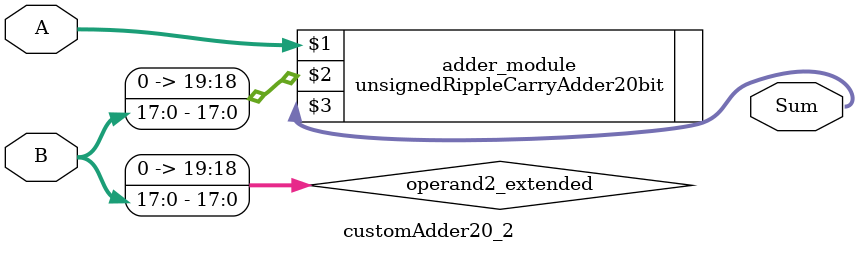
<source format=v>

module customAdder20_2(
                    input [19 : 0] A,
                    input [17 : 0] B,
                    
                    output [20 : 0] Sum
            );

    wire [19 : 0] operand2_extended;
    
    assign operand2_extended =  {2'b0, B};
    
    unsignedRippleCarryAdder20bit adder_module(
        A,
        operand2_extended,
        Sum
    );
    
endmodule
        
</source>
